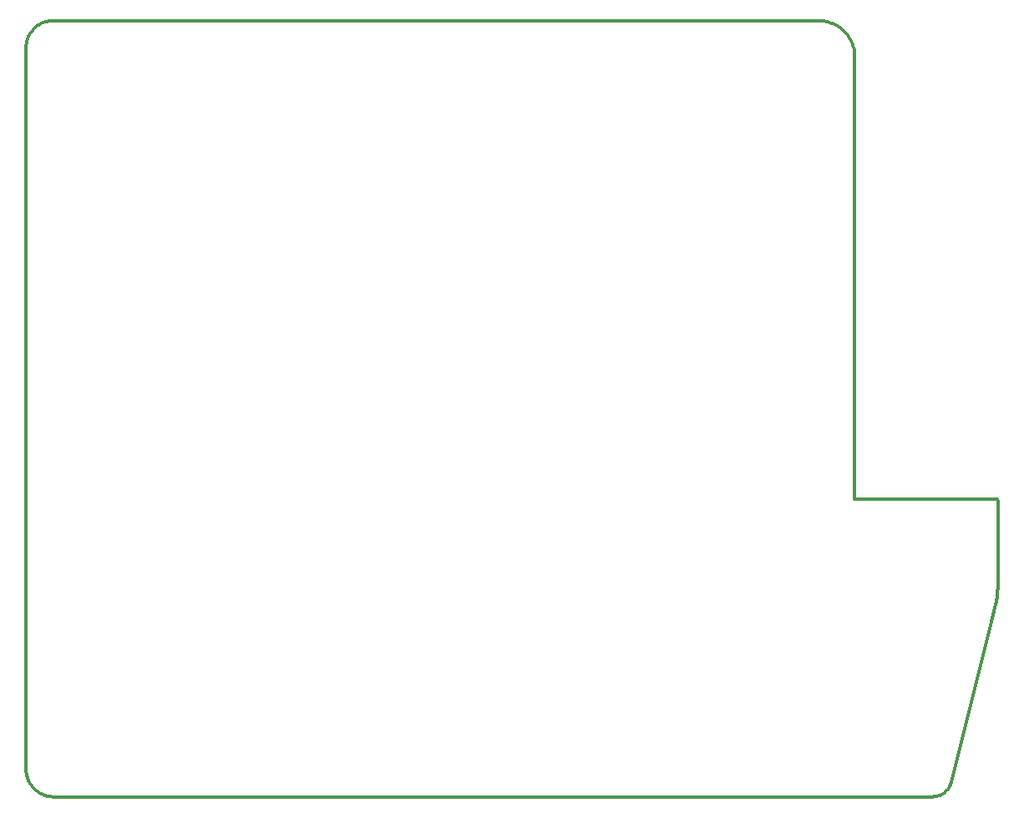
<source format=gbo>
%TF.GenerationSoftware,KiCad,Pcbnew,(6.0.6)*%
%TF.CreationDate,2022-09-02T08:17:19+09:00*%
%TF.ProjectId,split-mini-bottom,73706c69-742d-46d6-996e-692d626f7474,rev?*%
%TF.SameCoordinates,Original*%
%TF.FileFunction,Legend,Bot*%
%TF.FilePolarity,Positive*%
%FSLAX46Y46*%
G04 Gerber Fmt 4.6, Leading zero omitted, Abs format (unit mm)*
G04 Created by KiCad (PCBNEW (6.0.6)) date 2022-09-02 08:17:19*
%MOMM*%
%LPD*%
G01*
G04 APERTURE LIST*
%TA.AperFunction,Profile*%
%ADD10C,0.349999*%
%TD*%
%ADD11C,0.350000*%
%ADD12C,2.200000*%
G04 APERTURE END LIST*
D10*
X14780401Y-18578385D02*
X14732187Y-18700673D01*
X107991810Y-94873409D02*
X108087317Y-94740105D01*
X112896823Y-65424635D02*
X112885225Y-65421340D01*
X98210503Y-18990315D02*
X98130320Y-18833759D01*
X97948452Y-18534392D02*
X97847223Y-18392038D01*
X96820421Y-17459222D02*
X96668372Y-17371794D01*
X15268316Y-17815929D02*
X15183682Y-17913642D01*
X112836720Y-65413958D02*
X112824143Y-65413638D01*
X16213406Y-17145251D02*
X16094126Y-17199185D01*
X15485415Y-94919840D02*
X15589743Y-95009711D01*
X15809899Y-95172677D02*
X15925270Y-95245584D01*
X15589743Y-95009711D02*
X15697981Y-95094021D01*
X15450994Y-17633234D02*
X15357477Y-17722403D01*
X107375451Y-95396875D02*
X107514993Y-95313006D01*
X112960793Y-65455393D02*
X112950877Y-65449035D01*
X112930104Y-65437751D02*
X112919278Y-65432856D01*
X95669432Y-17007325D02*
X95490630Y-16975392D01*
X108210073Y-94524731D02*
X108245187Y-94449090D01*
X112849133Y-65414903D02*
X112836720Y-65413958D01*
X97110090Y-17654897D02*
X96967737Y-17553666D01*
X106756106Y-95612478D02*
X106837995Y-95596706D01*
X94937684Y-16933550D02*
X17261574Y-16933550D01*
X96511816Y-17291610D02*
X96350983Y-17218897D01*
X107647071Y-95218200D02*
X107771015Y-95112981D01*
X113068543Y-74296435D02*
X113068543Y-74296435D01*
X107771015Y-95112981D02*
X107886153Y-94997876D01*
X16545903Y-95520564D02*
X16677186Y-95556986D01*
X15037015Y-94399857D02*
X15115680Y-94511769D01*
X112844742Y-76119097D02*
X112844742Y-76119097D01*
X98042894Y-18681709D02*
X97948452Y-18534392D01*
X112885225Y-65421340D02*
X112873401Y-65418610D01*
X15357477Y-17722403D02*
X15268316Y-17815929D01*
X113012737Y-65502594D02*
X113005055Y-65493726D01*
X98405308Y-19484738D02*
X98348225Y-19316033D01*
X106589336Y-95633784D02*
X106673192Y-95624859D01*
X14964100Y-94284491D02*
X15037015Y-94399857D01*
X113012384Y-75214608D02*
X113036924Y-74985949D01*
X95308920Y-16952300D02*
X95124528Y-16938277D01*
X17356812Y-95641024D02*
X17356812Y-95641024D01*
X14897028Y-94165902D02*
X14964100Y-94284491D01*
X15200000Y-94620000D02*
X15289879Y-94724321D01*
X112861365Y-65416459D02*
X112849133Y-65414903D01*
X113068543Y-74296435D02*
X113068543Y-65658038D01*
X14835895Y-94044317D02*
X14897028Y-94165902D01*
X14568551Y-92852954D02*
X14571977Y-92991216D01*
X108331943Y-94211539D02*
X108354386Y-94129031D01*
X113053714Y-65574017D02*
X113049338Y-65562920D01*
X15650424Y-17468643D02*
X15548700Y-17548591D01*
X14568795Y-19626572D02*
X14568795Y-19626572D01*
X113005055Y-65493726D02*
X112996963Y-65485238D01*
X16718874Y-16988305D02*
X16588593Y-17018384D01*
X97247252Y-17762686D02*
X97110090Y-17654897D01*
X14731824Y-93793074D02*
X14780796Y-93919965D01*
X16851481Y-16964613D02*
X16718874Y-16988305D01*
X15865252Y-17323509D02*
X15755998Y-17393559D01*
X113036924Y-74985949D02*
X113054477Y-74756594D01*
X15115680Y-94511769D02*
X15200000Y-94620000D01*
X17356812Y-95641024D02*
X106419137Y-95641001D01*
X16043864Y-95312647D02*
X16165452Y-95373771D01*
X112897036Y-75894817D02*
X112942420Y-75669202D01*
X16810321Y-95586997D02*
X16945080Y-95610500D01*
X14732187Y-18700673D02*
X14689853Y-18825796D01*
X106504623Y-95639186D02*
X106589336Y-95633784D01*
X106673192Y-95624859D02*
X106756106Y-95612478D01*
X107886153Y-94997876D02*
X107991810Y-94873409D01*
X94937684Y-16933550D02*
X94937684Y-16933550D01*
X14571977Y-92991216D02*
X14582194Y-93128539D01*
X113067281Y-65633054D02*
X113065727Y-65620825D01*
X98568543Y-65413607D02*
X98568543Y-65413607D01*
X108245187Y-94449090D02*
X108277260Y-94371634D01*
X113057556Y-65585372D02*
X113053714Y-65574017D01*
X113065727Y-65620825D02*
X113063578Y-65608791D01*
X17261574Y-16933550D02*
X17123000Y-16937066D01*
X15697981Y-95094021D02*
X15809899Y-95172677D01*
X113019992Y-65511826D02*
X113012737Y-65502594D01*
X112226159Y-78600116D02*
X112844742Y-76119097D01*
X97378996Y-17876807D02*
X97247252Y-17762686D01*
X14834325Y-18459099D02*
X14780401Y-18578385D01*
X113068543Y-65658038D02*
X113068543Y-65658038D01*
X98130320Y-18833759D02*
X98042894Y-18681709D01*
X16289808Y-95428861D02*
X16416701Y-95477824D01*
X14780796Y-93919965D02*
X14835895Y-94044317D01*
X15385224Y-94824504D02*
X15385224Y-94824504D01*
X106419137Y-95641001D02*
X106419137Y-95641001D01*
X107076671Y-95529702D02*
X107229120Y-95469282D01*
X97625315Y-18123130D02*
X97505093Y-17997031D01*
X113033162Y-65531324D02*
X113026806Y-65521408D01*
X15103743Y-18015374D02*
X15028669Y-18120954D01*
X96668372Y-17371794D02*
X96511816Y-17291610D01*
X112942420Y-75669202D02*
X112980876Y-75442413D01*
X97505093Y-17997031D02*
X97378996Y-17876807D01*
X98563819Y-20377603D02*
X98549797Y-20193212D01*
X113039047Y-65541558D02*
X113033162Y-65531324D01*
X14689074Y-93663873D02*
X14731824Y-93793074D01*
X15978018Y-17258661D02*
X15865252Y-17323509D01*
X14568551Y-92852954D02*
X14568551Y-92852954D01*
X95845096Y-17047870D02*
X95669432Y-17007325D01*
X112844742Y-76119097D02*
X112897036Y-75894817D01*
X14568795Y-19626572D02*
X14568551Y-92852954D01*
X17123000Y-16937066D02*
X16986246Y-16947477D01*
X108306207Y-94292428D02*
X108331943Y-94211539D01*
X112988475Y-65477145D02*
X112979608Y-65469463D01*
X14652642Y-93532590D02*
X14689074Y-93663873D01*
X14689853Y-18825796D02*
X14653568Y-18953583D01*
X113060849Y-65596968D02*
X113057556Y-65585372D01*
X108087317Y-94740105D02*
X108172000Y-94598491D01*
X112873401Y-65418610D02*
X112861365Y-65416459D01*
X16094126Y-17199185D02*
X15978018Y-17258661D01*
X113068225Y-65645463D02*
X113067281Y-65633054D01*
X96017394Y-17096799D02*
X95845096Y-17047870D01*
X96967737Y-17553666D02*
X96820421Y-17459222D01*
X15028669Y-18120954D02*
X14958628Y-18230215D01*
X17081233Y-95627403D02*
X17218554Y-95637609D01*
X14582697Y-19351243D02*
X14572298Y-19487998D01*
X95490630Y-16975392D02*
X95308920Y-16952300D01*
X14599821Y-19216476D02*
X14582697Y-19351243D01*
X112940642Y-65443149D02*
X112930104Y-65437751D01*
X112824143Y-65413638D02*
X112824143Y-65413638D01*
X106419137Y-95641001D02*
X106504623Y-95639186D01*
X98348225Y-19316033D02*
X98283214Y-19151149D01*
X112979608Y-65469463D02*
X112970375Y-65462207D01*
X16416701Y-95477824D02*
X16545903Y-95520564D01*
X107229120Y-95469282D02*
X107375451Y-95396875D01*
X98494777Y-19832701D02*
X98454235Y-19657037D01*
X112980876Y-75442413D02*
X113012384Y-75214608D01*
X113068543Y-65658038D02*
X113068225Y-65645463D01*
X108277260Y-94371634D02*
X108306207Y-94292428D01*
X14623501Y-19083866D02*
X14599821Y-19216476D01*
X107514993Y-95313006D02*
X107647071Y-95218200D01*
X14622621Y-93399455D02*
X14652642Y-93532590D01*
X112996963Y-65485238D02*
X112988475Y-65477145D01*
X113026806Y-65521408D02*
X113019992Y-65511826D01*
X15548700Y-17548591D02*
X15450994Y-17633234D01*
X112950877Y-65449035D02*
X112940642Y-65443149D01*
X113065023Y-74526703D02*
X113068543Y-74296435D01*
X15183682Y-17913642D02*
X15103743Y-18015374D01*
X14893791Y-18342986D02*
X14834325Y-18459099D01*
X16335690Y-17097026D02*
X16213406Y-17145251D01*
X15289879Y-94724321D02*
X15385224Y-94824504D01*
X112970375Y-65462207D02*
X112960793Y-65455393D01*
X106837995Y-95596706D02*
X106918775Y-95577609D01*
X97739435Y-18254875D02*
X97625315Y-18123130D01*
X113063578Y-65608791D02*
X113060849Y-65596968D01*
X98454235Y-19657037D02*
X98405308Y-19484738D01*
X98549797Y-20193212D02*
X98526708Y-20011502D01*
X15755998Y-17393559D02*
X15650424Y-17468643D01*
X16165452Y-95373771D02*
X16289808Y-95428861D01*
X98568543Y-20564447D02*
X98568543Y-20564447D01*
X17218554Y-95637609D02*
X17356812Y-95641024D01*
X16986246Y-16947477D02*
X16851481Y-16964613D01*
X98526708Y-20011502D02*
X98494777Y-19832701D01*
X112824143Y-65413638D02*
X98568543Y-65413607D01*
X98283214Y-19151149D02*
X98210503Y-18990315D01*
X113054477Y-74756594D02*
X113065023Y-74526703D01*
X108354386Y-94129031D02*
X108354386Y-94129031D01*
X98568543Y-20564447D02*
X98563819Y-20377603D01*
X113049338Y-65562920D02*
X113044444Y-65552095D01*
X108354386Y-94129031D02*
X112226159Y-78600116D01*
X14582194Y-93128539D02*
X14599107Y-93264695D01*
X14572298Y-19487998D02*
X14568795Y-19626572D01*
X16945080Y-95610500D02*
X17081233Y-95627403D01*
X16588593Y-17018384D02*
X16460809Y-17054681D01*
X14653568Y-18953583D02*
X14623501Y-19083866D01*
X108172000Y-94598491D02*
X108210073Y-94524731D01*
X96350983Y-17218897D02*
X96186099Y-17153884D01*
X96186099Y-17153884D02*
X96017394Y-17096799D01*
X95124528Y-16938277D02*
X94937684Y-16933550D01*
X16677186Y-95556986D02*
X16810321Y-95586997D01*
X15925270Y-95245584D02*
X16043864Y-95312647D01*
X106918775Y-95577609D02*
X107076671Y-95529702D01*
X97847223Y-18392038D02*
X97739435Y-18254875D01*
X98568543Y-65413607D02*
X98568543Y-20564447D01*
X14958628Y-18230215D02*
X14893791Y-18342986D01*
X113044444Y-65552095D02*
X113039047Y-65541558D01*
X14599107Y-93264695D02*
X14622621Y-93399455D01*
X112908179Y-65428479D02*
X112896823Y-65424635D01*
X15385224Y-94824504D02*
X15485415Y-94919840D01*
X16460809Y-17054681D02*
X16335690Y-17097026D01*
X112919278Y-65432856D02*
X112908179Y-65428479D01*
X112226159Y-78600116D02*
X112226159Y-78600116D01*
D11*
X48460000Y-74800000D03*
X23570000Y-19920000D03*
X94740000Y-73210000D03*
X89550000Y-19930000D03*
%LPC*%
D12*
%TO.C,Ref3*%
X48460000Y-74800000D03*
%TD*%
%TO.C,Ref1*%
X23570000Y-19920000D03*
%TD*%
%TO.C,Ref4*%
X94740000Y-73210000D03*
%TD*%
%TO.C,Ref2*%
X89550000Y-19930000D03*
%TD*%
M02*

</source>
